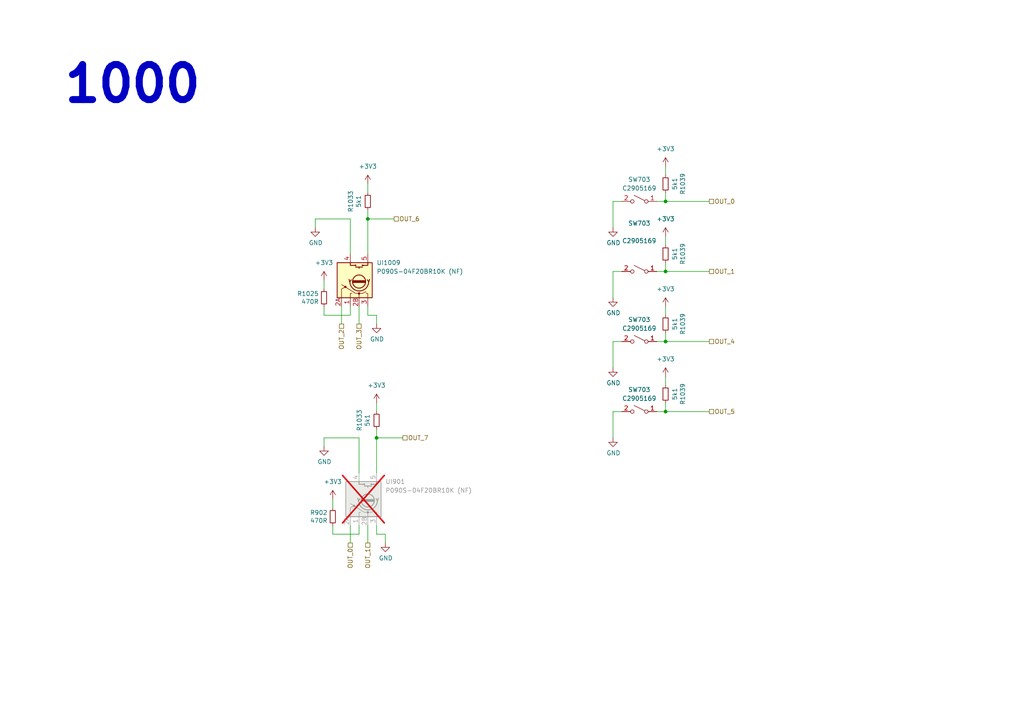
<source format=kicad_sch>
(kicad_sch (version 20230121) (generator eeschema)
  (paper "A4")
  (lib_symbols
    (symbol "Switch:SW_SPST" (pin_names (offset 0) hide)
      (property "Reference" "SW" (at 0 3.175 0))
      (property "Value" "SW_SPST" (at 0 -2.54 0))
      (symbol "SW_SPST_0_0"
        (circle (center -2.032 0) (radius 0.508))
        (polyline (pts (xy -1.524 0.254) (xy 1.524 1.778)))
        (circle (center 2.032 0) (radius 0.508))
      )
      (symbol "SW_SPST_1_1"
        (pin passive line (at -5.08 0 0) (length 2.54) (name "A") (number "1"))
        (pin passive line (at 5.08 0 180) (length 2.54) (name "B") (number "2"))
      )
    )
    (symbol "power:+3V3" (power) (pin_names (offset 0))
      (property "Value" "+3V3" (at 0 3.556 0))
      (symbol "+3V3_0_1"
        (polyline (pts (xy -0.762 1.27) (xy 0 2.54)))
        (polyline (pts (xy 0 0) (xy 0 2.54)))
        (polyline (pts (xy 0 2.54) (xy 0.762 1.27)))
      )
      (symbol "+3V3_1_1"
        (pin power_in line (at 0 0 90) (length 0) hide (name "+3V3") (number "1"))
      )
    )
    (symbol "power:GND" (power) (pin_names (offset 0))
      (property "Value" "GND" (at 0 -3.81 0))
      (symbol "GND_0_1"
        (polyline (pts (xy 0 0) (xy 0 -1.27) (xy 1.27 -1.27) (xy 0 -2.54) (xy -1.27 -1.27) (xy 0 -1.27)))
      )
      (symbol "GND_1_1"
        (pin power_in line (at 0 0 270) (length 0) hide (name "GND") (number "1"))
      )
    )
    (symbol "suku_basics:RES" (pin_numbers hide) (pin_names (offset 0.254) hide)
      (property "Reference" "R" (at 0.762 0.508 0))
      (symbol "RES_1_1"
        (rectangle (start -0.762 1.778) (end 0.762 -1.778) (stroke (width 0.2032)))
        (pin passive line (at 0 2.54 270) (length 0.762) (name "~") (number "1"))
        (pin passive line (at 0 -2.54 90) (length 0.762) (name "~") (number "2"))
      )
    )
    (symbol "suku_basics:UI_Endless_Potentiometer_Switch" (pin_names (offset 0.254) hide)
      (property "Reference" "UI" (at -3.81 7.62 0))
      (property "Value" "UI_Endless_Potentiometer_Switch" (at 0 -7.62 0))
      (symbol "UI_Endless_Potentiometer_Switch_0_1"
        (rectangle (start -5.08 6.35) (end 5.08 -3.81) (stroke (width 0.254)) (fill (type background)))
        (circle (center -3.81 0) (radius 0.254) (fill (type outline)))
        (circle (center -1.9304 3.9624) (radius 0.254) (fill (type outline)))
        (circle (center -0.381 0) (radius 1.905) (stroke (width 0.254)))
        (arc (start -0.381 2.667) (mid -3.0988 -0.0635) (end -0.381 -2.794) (stroke (width 0.254)))
        (polyline (pts (xy -0.635 -1.778) (xy -0.635 1.778)) (stroke (width 0.254)))
        (polyline (pts (xy -0.381 -1.778) (xy -0.381 1.778)) (stroke (width 0.254)))
        (polyline (pts (xy -0.127 1.778) (xy -0.127 -1.778)) (stroke (width 0.254)))
        (polyline (pts (xy 3.81 0) (xy 3.429 0)) (stroke (width 0.254)))
        (polyline (pts (xy 3.81 1.016) (xy 3.81 -1.016)) (stroke (width 0.254)))
        (polyline (pts (xy -5.08 -2.54) (xy -3.81 -2.54) (xy -3.81 -2.032)))
        (polyline (pts (xy -5.08 2.54) (xy -3.81 2.54) (xy -3.81 2.032)))
        (polyline (pts (xy 0.254 -3.048) (xy -0.508 -2.794) (xy 0.127 -2.413)) (stroke (width 0.254)))
        (polyline (pts (xy 0.254 2.921) (xy -0.508 2.667) (xy 0.127 2.286)) (stroke (width 0.254)))
        (polyline (pts (xy 5.08 -2.54) (xy 4.318 -2.54) (xy 4.318 -1.016)) (stroke (width 0.254)))
        (polyline (pts (xy 5.08 2.54) (xy 4.318 2.54) (xy 4.318 1.016)) (stroke (width 0.254)))
        (polyline (pts (xy -5.08 0) (xy -3.81 0) (xy -3.81 -1.016) (xy -3.302 -2.032)))
        (polyline (pts (xy -5.08 5.08) (xy -4.572 5.08) (xy -2.54 5.08) (xy -1.9304 3.9624)))
        (polyline (pts (xy -4.318 0) (xy -3.81 0) (xy -3.81 1.016) (xy -1.27 5.08)))
        (circle (center 4.318 -1.016) (radius 0.127) (stroke (width 0.254)))
        (circle (center 4.318 1.016) (radius 0.127) (stroke (width 0.254)))
      )
      (symbol "UI_Endless_Potentiometer_Switch_1_1"
        (pin passive line (at -7.62 2.54 0) (length 2.54) (name "1") (number "1"))
        (pin passive line (at -7.62 5.08 0) (length 2.54) (name "2A") (number "2A"))
        (pin passive line (at -7.62 0 0) (length 2.54) (name "2B") (number "2B"))
        (pin passive line (at -7.62 -2.54 0) (length 2.54) (name "3") (number "3"))
        (pin passive line (at 7.62 2.54 180) (length 2.54) (name "4") (number "4"))
        (pin passive line (at 7.62 -2.54 180) (length 2.54) (name "5") (number "5"))
        (pin no_connect line (at 0 -5.08 90) (length 2.54) hide (name "6") (number "6"))
        (pin no_connect line (at 0 7.62 270) (length 2.54) hide (name "7") (number "7"))
      )
    )
  )
  (junction (at 193.04 78.74))
  (junction (at 193.04 99.06))
  (junction (at 193.04 119.38))
  (junction (at 109.22 127))
  (junction (at 193.04 58.42))
  (junction (at 106.68 63.5))
  (wire (pts (xy 93.98 81.28) (xy 93.98 83.82)))
  (wire (pts (xy 190.5 99.06) (xy 193.04 99.06)))
  (wire (pts (xy 96.52 152.4) (xy 96.52 154.94)))
  (wire (pts (xy 99.06 88.9) (xy 99.06 93.98)))
  (wire (pts (xy 111.76 157.48) (xy 111.76 154.94)))
  (wire (pts (xy 91.44 63.5) (xy 101.6 63.5)))
  (wire (pts (xy 190.5 58.42) (xy 193.04 58.42)))
  (wire (pts (xy 177.8 99.06) (xy 180.34 99.06)))
  (wire (pts (xy 177.8 78.74) (xy 180.34 78.74)))
  (wire (pts (xy 177.8 106.68) (xy 177.8 99.06)))
  (wire (pts (xy 193.04 99.06) (xy 193.04 96.52)))
  (wire (pts (xy 177.8 86.36) (xy 177.8 78.74)))
  (wire (pts (xy 109.22 154.94) (xy 109.22 152.4)))
  (wire (pts (xy 111.76 154.94) (xy 109.22 154.94)))
  (wire (pts (xy 109.22 116.84) (xy 109.22 119.38)))
  (wire (pts (xy 93.98 88.9) (xy 93.98 91.44)))
  (wire (pts (xy 193.04 68.58) (xy 193.04 71.12)))
  (wire (pts (xy 96.52 144.78) (xy 96.52 147.32)))
  (wire (pts (xy 106.68 157.48) (xy 106.68 152.4)))
  (wire (pts (xy 104.14 154.94) (xy 104.14 152.4)))
  (wire (pts (xy 104.14 93.98) (xy 104.14 88.9)))
  (wire (pts (xy 104.14 127) (xy 104.14 137.16)))
  (wire (pts (xy 101.6 91.44) (xy 101.6 88.9)))
  (wire (pts (xy 106.68 91.44) (xy 106.68 88.9)))
  (wire (pts (xy 93.98 91.44) (xy 101.6 91.44)))
  (wire (pts (xy 193.04 78.74) (xy 205.74 78.74)))
  (wire (pts (xy 93.98 127) (xy 104.14 127)))
  (wire (pts (xy 109.22 124.46) (xy 109.22 127)))
  (wire (pts (xy 193.04 119.38) (xy 193.04 116.84)))
  (wire (pts (xy 93.98 129.54) (xy 93.98 127)))
  (wire (pts (xy 101.6 152.4) (xy 101.6 157.48)))
  (wire (pts (xy 193.04 109.22) (xy 193.04 111.76)))
  (wire (pts (xy 190.5 78.74) (xy 193.04 78.74)))
  (wire (pts (xy 193.04 58.42) (xy 205.74 58.42)))
  (wire (pts (xy 193.04 48.26) (xy 193.04 50.8)))
  (wire (pts (xy 177.8 119.38) (xy 180.34 119.38)))
  (wire (pts (xy 106.68 60.96) (xy 106.68 63.5)))
  (wire (pts (xy 193.04 58.42) (xy 193.04 55.88)))
  (wire (pts (xy 177.8 58.42) (xy 180.34 58.42)))
  (wire (pts (xy 91.44 66.04) (xy 91.44 63.5)))
  (wire (pts (xy 106.68 53.34) (xy 106.68 55.88)))
  (wire (pts (xy 177.8 127) (xy 177.8 119.38)))
  (wire (pts (xy 101.6 63.5) (xy 101.6 73.66)))
  (wire (pts (xy 114.3 63.5) (xy 106.68 63.5)))
  (wire (pts (xy 177.8 66.04) (xy 177.8 58.42)))
  (wire (pts (xy 193.04 119.38) (xy 205.74 119.38)))
  (wire (pts (xy 190.5 119.38) (xy 193.04 119.38)))
  (wire (pts (xy 96.52 154.94) (xy 104.14 154.94)))
  (wire (pts (xy 109.22 93.98) (xy 109.22 91.44)))
  (wire (pts (xy 106.68 63.5) (xy 106.68 73.66)))
  (wire (pts (xy 109.22 127) (xy 109.22 137.16)))
  (wire (pts (xy 193.04 78.74) (xy 193.04 76.2)))
  (wire (pts (xy 193.04 99.06) (xy 205.74 99.06)))
  (wire (pts (xy 109.22 91.44) (xy 106.68 91.44)))
  (wire (pts (xy 116.84 127) (xy 109.22 127)))
  (wire (pts (xy 193.04 88.9) (xy 193.04 91.44)))
  (text "1000" (at 17.78 30.48 0) (effects (font (size 10.16 10.16) (thickness 2.032) bold) (justify left bottom)))
  (hierarchical_label "OUT_2" (shape passive) (at 99.06 93.98 270))
  (hierarchical_label "OUT_4" (shape passive) (at 205.74 99.06 0))
  (hierarchical_label "OUT_5" (shape passive) (at 205.74 119.38 0))
  (hierarchical_label "OUT_3" (shape passive) (at 104.14 93.98 270))
  (hierarchical_label "OUT_0" (shape passive) (at 101.6 157.48 270))
  (hierarchical_label "OUT_0" (shape passive) (at 205.74 58.42 0))
  (hierarchical_label "OUT_1" (shape passive) (at 106.68 157.48 270))
  (hierarchical_label "OUT_6" (shape passive) (at 114.3 63.5 0))
  (hierarchical_label "OUT_1" (shape passive) (at 205.74 78.74 0))
  (hierarchical_label "OUT_7" (shape passive) (at 116.84 127 0))
  (symbol (lib_id "suku_basics:UI_Endless_Potentiometer_Switch") (at 104.14 81.28 90) (unit 1)
    (property "Reference" "UI1009" (at 109.22 76.2 90) (effects (justify right)))
    (property "Value" "P090S-04F20BR10K (NF)" (at 109.22 78.74 90) (effects (justify right)))
    (property "Footprint" "suku_basics:UI_ENDLESSPOTSW_ALPHA" (effects hide))
  )
  (symbol (lib_id "power:GND") (at 109.22 93.98 0) (unit 1)
    (property "Reference" "#PWR01045" (effects hide))
    (property "Value" "GND" (at 109.347 98.3742 0))
  )
  (symbol (lib_id "suku_basics:RES") (at 109.22 121.92 0) (unit 1)
    (property "Reference" "R1033" (at 104.2416 121.92 90))
    (property "Value" "5k1" (at 106.553 121.92 90))
    (property "Footprint" "suku_basics:RES_0402" (effects hide))
    (instances (project "PCBA-TEK1" (path "" (reference "R1033") (unit 1)) (path "" (reference "R901") (unit 1))))
  )
  (symbol (lib_id "Switch:SW_SPST") (at 185.42 58.42 0) (mirror y) (unit 1)
    (property "Reference" "SW703" (at 185.42 52.07 0))
    (property "Value" "C2905169" (at 185.42 54.61 0))
    (property "Footprint" "Button_Switch_SMD:SW_SPST_CK_RS282G05A3" (effects hide))
    (instances (project "PCBA-TEK1" (path "" (reference "SW703") (unit 1)) (path "" (reference "SW1001") (unit 1)) (path "" (reference "SW1001") (unit 1))))
  )
  (symbol (lib_id "power:GND") (at 93.98 129.54 0) (unit 1)
    (property "Reference" "#PWR0956" (effects hide))
    (property "Value" "GND" (at 94.107 133.9342 0))
  )
  (symbol (lib_id "suku_basics:RES") (at 93.98 86.36 0) (mirror y) (unit 1)
    (property "Reference" "R1025" (at 92.4814 85.1916 0) (effects (justify left)))
    (property "Value" "470R" (at 92.4814 87.503 0) (effects (justify left)))
    (property "Footprint" "suku_basics:RES_0402" (effects hide))
  )
  (symbol (lib_id "suku_basics:RES") (at 193.04 53.34 180) (unit 1)
    (property "Reference" "R1039" (at 198.0184 53.34 90))
    (property "Value" "5k1" (at 195.707 53.34 90))
    (property "Footprint" "suku_basics:RES_0402" (effects hide))
    (instances (project "PCBA-TEK1" (path "" (reference "R1039") (unit 1)) (path "" (reference "R1021") (unit 1)) (path "" (reference "R1021") (unit 1))))
  )
  (symbol (lib_id "power:GND") (at 177.8 106.68 0) (unit 1)
    (property "Reference" "#PWR01011" (effects hide))
    (property "Value" "GND" (at 177.927 111.0742 0))
    (instances (project "PCBA-TEK1" (path "" (reference "#PWR01011") (unit 1)) (path "" (reference "#PWR01023") (unit 1)) (path "" (reference "#PWR01039") (unit 1)) (path "" (reference "#PWR01038") (unit 1))))
  )
  (symbol (lib_id "power:+3V3") (at 106.68 53.34 0) (unit 1)
    (property "Reference" "#PWR01057" (effects hide))
    (property "Value" "+3V3" (at 106.68 48.26 0))
    (instances (project "PCBA-TEK1" (path "" (reference "#PWR01057") (unit 1)) (path "" (reference "#PWR0702") (unit 1))))
  )
  (symbol (lib_id "power:+3V3") (at 96.52 144.78 0) (unit 1)
    (property "Reference" "#PWR0957" (effects hide))
    (property "Value" "+3V3" (at 96.52 139.7 0))
  )
  (symbol (lib_id "suku_basics:RES") (at 106.68 58.42 0) (unit 1)
    (property "Reference" "R1033" (at 101.7016 58.42 90))
    (property "Value" "5k1" (at 104.013 58.42 90))
    (property "Footprint" "suku_basics:RES_0402" (effects hide))
    (instances (project "PCBA-TEK1" (path "" (reference "R1033") (unit 1)) (path "" (reference "R703") (unit 1))))
  )
  (symbol (lib_id "suku_basics:RES") (at 96.52 149.86 0) (mirror y) (unit 1)
    (property "Reference" "R902" (at 95.0214 148.6916 0) (effects (justify left)))
    (property "Value" "470R" (at 95.0214 151.003 0) (effects (justify left)))
    (property "Footprint" "suku_basics:RES_0402" (effects hide))
  )
  (symbol (lib_id "suku_basics:RES") (at 193.04 93.98 180) (unit 1)
    (property "Reference" "R1039" (at 198.0184 93.98 90))
    (property "Value" "5k1" (at 195.707 93.98 90))
    (property "Footprint" "suku_basics:RES_0402" (effects hide))
    (instances (project "PCBA-TEK1" (path "" (reference "R1039") (unit 1)) (path "" (reference "R1023") (unit 1)) (path "" (reference "R1023") (unit 1))))
  )
  (symbol (lib_id "power:GND") (at 177.8 86.36 0) (unit 1)
    (property "Reference" "#PWR01011" (effects hide))
    (property "Value" "GND" (at 177.927 90.7542 0))
    (instances (project "PCBA-TEK1" (path "" (reference "#PWR01011") (unit 1)) (path "" (reference "#PWR01023") (unit 1)) (path "" (reference "#PWR01038") (unit 1)) (path "" (reference "#PWR01036") (unit 1))))
  )
  (symbol (lib_id "suku_basics:RES") (at 193.04 114.3 180) (unit 1)
    (property "Reference" "R1039" (at 198.0184 114.3 90))
    (property "Value" "5k1" (at 195.707 114.3 90))
    (property "Footprint" "suku_basics:RES_0402" (effects hide))
    (instances (project "PCBA-TEK1" (path "" (reference "R1039") (unit 1)) (path "" (reference "R1024") (unit 1)) (path "" (reference "R1024") (unit 1))))
  )
  (symbol (lib_id "power:+3V3") (at 193.04 68.58 0) (unit 1)
    (property "Reference" "#PWR01010" (effects hide))
    (property "Value" "+3V3" (at 193.04 63.5 0))
    (instances (project "PCBA-TEK1" (path "" (reference "#PWR01010") (unit 1)) (path "" (reference "#PWR01022") (unit 1)) (path "" (reference "#PWR01033") (unit 1)) (path "" (reference "#PWR01035") (unit 1))))
  )
  (symbol (lib_id "power:+3V3") (at 93.98 81.28 0) (unit 1)
    (property "Reference" "#PWR01041" (effects hide))
    (property "Value" "+3V3" (at 93.98 76.2 0))
  )
  (symbol (lib_id "Switch:SW_SPST") (at 185.42 99.06 0) (mirror y) (unit 1)
    (property "Reference" "SW703" (at 185.42 92.71 0))
    (property "Value" "C2905169" (at 185.42 95.25 0))
    (property "Footprint" "Button_Switch_SMD:SW_SPST_CK_RS282G05A3" (effects hide))
    (instances (project "PCBA-TEK1" (path "" (reference "SW703") (unit 1)) (path "" (reference "SW1003") (unit 1)) (path "" (reference "SW1003") (unit 1))))
  )
  (symbol (lib_id "power:+3V3") (at 193.04 109.22 0) (unit 1)
    (property "Reference" "#PWR01010" (effects hide))
    (property "Value" "+3V3" (at 193.04 104.14 0))
    (instances (project "PCBA-TEK1" (path "" (reference "#PWR01010") (unit 1)) (path "" (reference "#PWR01022") (unit 1)) (path "" (reference "#PWR01037") (unit 1)) (path "" (reference "#PWR01039") (unit 1))))
  )
  (symbol (lib_id "power:+3V3") (at 193.04 48.26 0) (unit 1)
    (property "Reference" "#PWR01010" (effects hide))
    (property "Value" "+3V3" (at 193.04 43.18 0))
    (instances (project "PCBA-TEK1" (path "" (reference "#PWR01010") (unit 1)) (path "" (reference "#PWR01022") (unit 1)) (path "" (reference "#PWR01035") (unit 1)) (path "" (reference "#PWR01033") (unit 1))))
  )
  (symbol (lib_id "Switch:SW_SPST") (at 185.42 78.74 0) (mirror y) (unit 1)
    (property "Reference" "SW703" (at 185.42 64.77 0))
    (property "Value" "C2905169" (at 185.42 69.85 0))
    (property "Footprint" "Button_Switch_SMD:SW_SPST_CK_RS282G05A3" (effects hide))
    (instances (project "PCBA-TEK1" (path "" (reference "SW703") (unit 1)) (path "" (reference "SW1002") (unit 1)) (path "" (reference "SW1002") (unit 1))))
  )
  (symbol (lib_id "power:GND") (at 91.44 66.04 0) (unit 1)
    (property "Reference" "#PWR0958" (effects hide))
    (property "Value" "GND" (at 91.567 70.4342 0))
  )
  (symbol (lib_id "Switch:SW_SPST") (at 185.42 119.38 0) (mirror y) (unit 1)
    (property "Reference" "SW703" (at 185.42 113.03 0))
    (property "Value" "C2905169" (at 185.42 115.57 0))
    (property "Footprint" "Button_Switch_SMD:SW_SPST_CK_RS282G05A3" (effects hide))
    (instances (project "PCBA-TEK1" (path "" (reference "SW703") (unit 1)) (path "" (reference "SW1004") (unit 1)) (path "" (reference "SW1004") (unit 1))))
  )
  (symbol (lib_id "suku_basics:UI_Endless_Potentiometer_Switch") (at 106.68 144.78 90) (unit 1) (dnp yes)
    (property "Reference" "UI901" (at 111.76 139.7 90) (effects (justify right)))
    (property "Value" "P090S-04F20BR10K (NF)" (at 111.76 142.24 90) (effects (justify right)))
    (property "Footprint" "suku_basics:UI_ENDLESSPOTSW_ALPHA" (effects hide))
  )
  (symbol (lib_id "suku_basics:RES") (at 193.04 73.66 180) (unit 1)
    (property "Reference" "R1039" (at 198.0184 73.66 90))
    (property "Value" "5k1" (at 195.707 73.66 90))
    (property "Footprint" "suku_basics:RES_0402" (effects hide))
    (instances (project "PCBA-TEK1" (path "" (reference "R1039") (unit 1)) (path "" (reference "R1022") (unit 1)) (path "" (reference "R1022") (unit 1))))
  )
  (symbol (lib_id "power:+3V3") (at 193.04 88.9 0) (unit 1)
    (property "Reference" "#PWR01010" (effects hide))
    (property "Value" "+3V3" (at 193.04 83.82 0))
    (instances (project "PCBA-TEK1" (path "" (reference "#PWR01010") (unit 1)) (path "" (reference "#PWR01022") (unit 1)) (path "" (reference "#PWR01036") (unit 1)) (path "" (reference "#PWR01037") (unit 1))))
  )
  (symbol (lib_id "power:GND") (at 177.8 66.04 0) (unit 1)
    (property "Reference" "#PWR01011" (effects hide))
    (property "Value" "GND" (at 177.927 70.4342 0))
    (instances (project "PCBA-TEK1" (path "" (reference "#PWR01011") (unit 1)) (path "" (reference "#PWR01023") (unit 1)) (path "" (reference "#PWR01034") (unit 1)) (path "" (reference "#PWR01034") (unit 1))))
  )
  (symbol (lib_id "power:+3V3") (at 109.22 116.84 0) (unit 1)
    (property "Reference" "#PWR01057" (effects hide))
    (property "Value" "+3V3" (at 109.22 111.76 0))
    (instances (project "PCBA-TEK1" (path "" (reference "#PWR01057") (unit 1)) (path "" (reference "#PWR0955") (unit 1))))
  )
  (symbol (lib_id "power:GND") (at 111.76 157.48 0) (unit 1)
    (property "Reference" "#PWR0959" (effects hide))
    (property "Value" "GND" (at 111.887 161.8742 0))
  )
  (symbol (lib_id "power:GND") (at 177.8 127 0) (unit 1)
    (property "Reference" "#PWR01011" (effects hide))
    (property "Value" "GND" (at 177.927 131.3942 0))
    (instances (project "PCBA-TEK1" (path "" (reference "#PWR01011") (unit 1)) (path "" (reference "#PWR01023") (unit 1)) (path "" (reference "#PWR01040") (unit 1)) (path "" (reference "#PWR01040") (unit 1))))
  )
)
</source>
